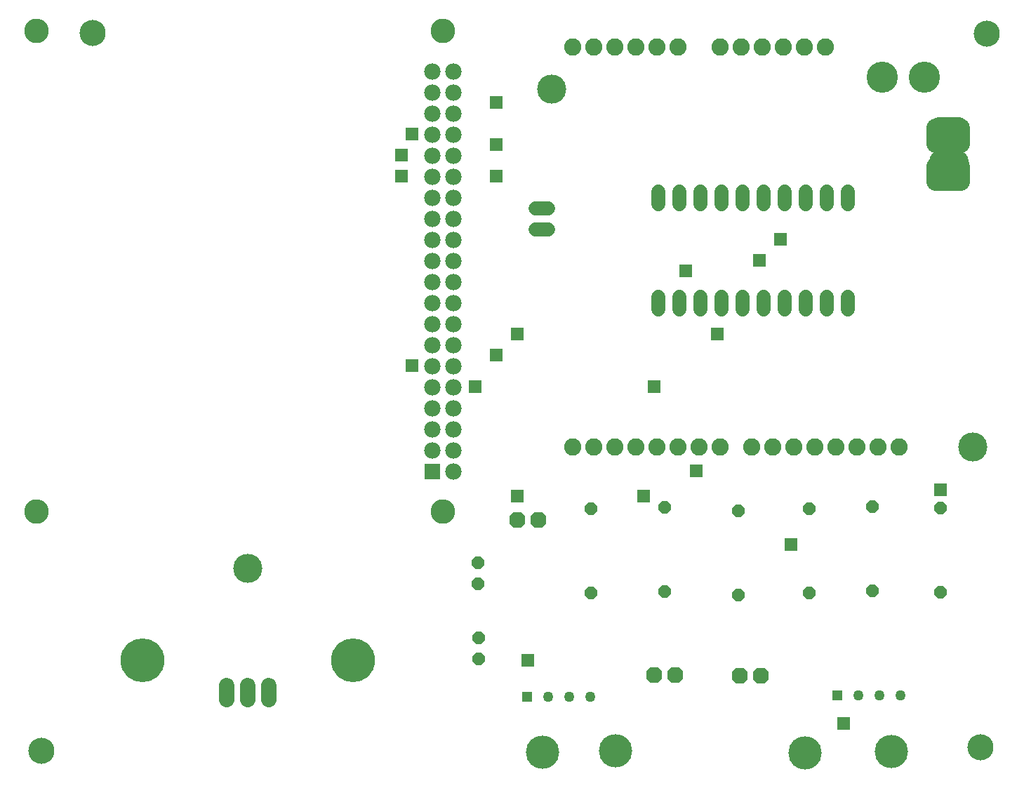
<source format=gbr>
G04 EAGLE Gerber RS-274X export*
G75*
%MOMM*%
%FSLAX34Y34*%
%LPD*%
%INSoldermask Bottom*%
%IPPOS*%
%AMOC8*
5,1,8,0,0,1.08239X$1,22.5*%
G01*
%ADD10C,3.149600*%
%ADD11C,4.013200*%
%ADD12P,1.649562X8X292.500000*%
%ADD13P,1.649562X8X112.500000*%
%ADD14C,1.727200*%
%ADD15C,3.759200*%
%ADD16P,2.075699X8X22.500000*%
%ADD17C,2.953200*%
%ADD18R,1.981200X1.981200*%
%ADD19C,1.981200*%
%ADD20R,1.261200X1.261200*%
%ADD21C,1.261200*%
%ADD22C,2.082800*%
%ADD23C,3.505200*%
%ADD24C,5.283200*%
%ADD25C,2.184400*%
%ADD26C,2.451100*%
%ADD27C,1.879600*%
%ADD28R,1.553200X1.553200*%


D10*
X35306Y42418D03*
X97028Y909066D03*
X1176020Y907796D03*
X1168400Y47244D03*
D11*
X1060450Y42333D03*
X956310Y40640D03*
X640080Y41487D03*
X727710Y43180D03*
D12*
X562102Y270002D03*
X562102Y244602D03*
D13*
X562610Y153670D03*
X562610Y179070D03*
D14*
X631865Y671576D02*
X647105Y671576D01*
X647105Y696976D02*
X631865Y696976D01*
D15*
X1049528Y855472D03*
X1100328Y855472D03*
D16*
X877824Y133350D03*
X903224Y133350D03*
X774446Y134366D03*
X799846Y134366D03*
D17*
X29666Y331418D03*
X519666Y331418D03*
X29666Y911418D03*
X519666Y911418D03*
D18*
X506966Y380118D03*
D19*
X532366Y380118D03*
X506966Y405518D03*
X532366Y405518D03*
X506966Y430918D03*
X532366Y430918D03*
X506966Y456318D03*
X532366Y456318D03*
X506966Y481718D03*
X532366Y481718D03*
X506966Y507118D03*
X532366Y507118D03*
X506966Y532518D03*
X532366Y532518D03*
X506966Y557918D03*
X532366Y557918D03*
X506966Y583318D03*
X532366Y583318D03*
X506966Y608718D03*
X532366Y608718D03*
X506966Y634118D03*
X532366Y634118D03*
X506966Y659518D03*
X532366Y659518D03*
X506966Y684918D03*
X532366Y684918D03*
X506966Y710318D03*
X532366Y710318D03*
X506966Y735718D03*
X532366Y735718D03*
X506966Y761118D03*
X532366Y761118D03*
X506966Y786518D03*
X532366Y786518D03*
X506966Y811918D03*
X532366Y811918D03*
X506966Y837318D03*
X532366Y837318D03*
X506966Y862718D03*
X532366Y862718D03*
D12*
X1037590Y337566D03*
X1037590Y235966D03*
X698246Y335026D03*
X698246Y233426D03*
X961898Y334772D03*
X961898Y233172D03*
X875792Y332740D03*
X875792Y231140D03*
X787146Y336550D03*
X787146Y234950D03*
D14*
X779526Y575310D02*
X779526Y590550D01*
X804926Y590550D02*
X804926Y575310D01*
X830326Y575310D02*
X830326Y590550D01*
X855726Y590550D02*
X855726Y575310D01*
X881126Y575310D02*
X881126Y590550D01*
X906526Y590550D02*
X906526Y575310D01*
X931926Y575310D02*
X931926Y590550D01*
X957326Y590550D02*
X957326Y575310D01*
X982726Y575310D02*
X982726Y590550D01*
X1008126Y590550D02*
X1008126Y575310D01*
X1008126Y702310D02*
X1008126Y717550D01*
X982726Y717550D02*
X982726Y702310D01*
X957326Y702310D02*
X957326Y717550D01*
X931926Y717550D02*
X931926Y702310D01*
X906526Y702310D02*
X906526Y717550D01*
X881126Y717550D02*
X881126Y702310D01*
X855726Y702310D02*
X855726Y717550D01*
X830326Y717550D02*
X830326Y702310D01*
X804926Y702310D02*
X804926Y717550D01*
X779526Y717550D02*
X779526Y702310D01*
D20*
X995680Y109982D03*
D21*
X1021080Y109982D03*
X1046480Y109982D03*
X1071880Y109982D03*
D20*
X621030Y107696D03*
D21*
X646430Y107696D03*
X671830Y107696D03*
X697230Y107696D03*
D22*
X981456Y891794D03*
X956056Y891794D03*
X930656Y891794D03*
X905256Y891794D03*
X879856Y891794D03*
X854456Y891794D03*
X803656Y891794D03*
X778256Y891794D03*
X752856Y891794D03*
X727456Y891794D03*
X702056Y891794D03*
X676656Y891794D03*
X676656Y409194D03*
X702056Y409194D03*
X727456Y409194D03*
X752856Y409194D03*
X778256Y409194D03*
X803656Y409194D03*
X829056Y409194D03*
X854456Y409194D03*
X892556Y409194D03*
X917956Y409194D03*
X943356Y409194D03*
X968756Y409194D03*
X994156Y409194D03*
X1019556Y409194D03*
X1044956Y409194D03*
X1070356Y409194D03*
D23*
X651256Y840994D03*
X1159256Y409194D03*
D24*
X156972Y152400D03*
X410972Y152400D03*
D16*
X609600Y321564D03*
X635000Y321564D03*
D13*
X1119886Y233934D03*
X1119886Y335534D03*
D25*
X1114298Y729234D02*
X1114298Y748284D01*
X1144778Y748284D02*
X1144778Y729234D01*
X1114298Y729234D01*
X1114298Y748284D02*
X1144778Y748284D01*
X1144778Y775208D02*
X1114298Y775208D01*
X1114298Y794258D02*
X1144778Y794258D01*
X1144778Y775208D01*
X1114298Y775208D02*
X1114298Y794258D01*
D26*
X1118299Y795528D02*
X1140778Y795528D01*
X1140778Y754888D02*
X1118299Y754888D01*
D27*
X259080Y121412D02*
X259080Y104648D01*
X284480Y104648D02*
X284480Y121412D01*
X309880Y121412D02*
X309880Y104648D01*
D23*
X284480Y262890D03*
D28*
X584200Y774700D03*
X812800Y622300D03*
X584200Y825500D03*
X901700Y635000D03*
X469900Y736600D03*
X850900Y546100D03*
X469900Y762000D03*
X927100Y660400D03*
X584200Y736600D03*
X774700Y482600D03*
X482600Y787400D03*
X825500Y381000D03*
X584200Y520700D03*
X939800Y292100D03*
X558800Y482600D03*
X1003300Y76200D03*
X482600Y508000D03*
X622300Y152400D03*
X609600Y546100D03*
X609600Y350520D03*
X1120140Y358140D03*
X762000Y350520D03*
M02*

</source>
